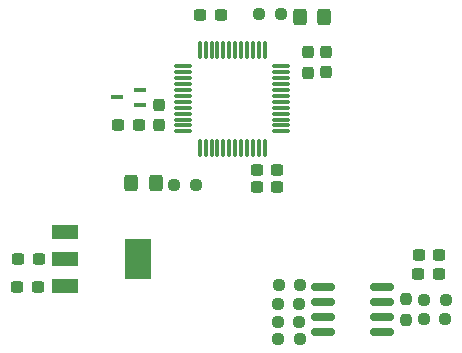
<source format=gtp>
%TF.GenerationSoftware,KiCad,Pcbnew,8.0.4*%
%TF.CreationDate,2025-01-10T16:33:03-05:00*%
%TF.ProjectId,X17-Data-Conversion,5831372d-4461-4746-912d-436f6e766572,rev?*%
%TF.SameCoordinates,Original*%
%TF.FileFunction,Paste,Top*%
%TF.FilePolarity,Positive*%
%FSLAX46Y46*%
G04 Gerber Fmt 4.6, Leading zero omitted, Abs format (unit mm)*
G04 Created by KiCad (PCBNEW 8.0.4) date 2025-01-10 16:33:03*
%MOMM*%
%LPD*%
G01*
G04 APERTURE LIST*
G04 Aperture macros list*
%AMRoundRect*
0 Rectangle with rounded corners*
0 $1 Rounding radius*
0 $2 $3 $4 $5 $6 $7 $8 $9 X,Y pos of 4 corners*
0 Add a 4 corners polygon primitive as box body*
4,1,4,$2,$3,$4,$5,$6,$7,$8,$9,$2,$3,0*
0 Add four circle primitives for the rounded corners*
1,1,$1+$1,$2,$3*
1,1,$1+$1,$4,$5*
1,1,$1+$1,$6,$7*
1,1,$1+$1,$8,$9*
0 Add four rect primitives between the rounded corners*
20,1,$1+$1,$2,$3,$4,$5,0*
20,1,$1+$1,$4,$5,$6,$7,0*
20,1,$1+$1,$6,$7,$8,$9,0*
20,1,$1+$1,$8,$9,$2,$3,0*%
G04 Aperture macros list end*
%ADD10RoundRect,0.237500X-0.300000X-0.237500X0.300000X-0.237500X0.300000X0.237500X-0.300000X0.237500X0*%
%ADD11RoundRect,0.237500X-0.250000X-0.237500X0.250000X-0.237500X0.250000X0.237500X-0.250000X0.237500X0*%
%ADD12RoundRect,0.237500X0.300000X0.237500X-0.300000X0.237500X-0.300000X-0.237500X0.300000X-0.237500X0*%
%ADD13RoundRect,0.150000X-0.825000X-0.150000X0.825000X-0.150000X0.825000X0.150000X-0.825000X0.150000X0*%
%ADD14RoundRect,0.075000X-0.075000X-0.662500X0.075000X-0.662500X0.075000X0.662500X-0.075000X0.662500X0*%
%ADD15RoundRect,0.075000X-0.662500X-0.075000X0.662500X-0.075000X0.662500X0.075000X-0.662500X0.075000X0*%
%ADD16R,1.117600X0.457200*%
%ADD17RoundRect,0.237500X-0.237500X0.250000X-0.237500X-0.250000X0.237500X-0.250000X0.237500X0.250000X0*%
%ADD18RoundRect,0.237500X0.250000X0.237500X-0.250000X0.237500X-0.250000X-0.237500X0.250000X-0.237500X0*%
%ADD19RoundRect,0.250000X0.325000X0.450000X-0.325000X0.450000X-0.325000X-0.450000X0.325000X-0.450000X0*%
%ADD20RoundRect,0.250000X-0.325000X-0.450000X0.325000X-0.450000X0.325000X0.450000X-0.325000X0.450000X0*%
%ADD21RoundRect,0.237500X0.237500X-0.300000X0.237500X0.300000X-0.237500X0.300000X-0.237500X-0.300000X0*%
%ADD22R,2.200000X1.200000*%
%ADD23R,2.200000X3.500000*%
%ADD24RoundRect,0.237500X-0.237500X0.300000X-0.237500X-0.300000X0.237500X-0.300000X0.237500X0.300000X0*%
G04 APERTURE END LIST*
D10*
%TO.C,C9*%
X163617500Y-81650000D03*
X165342500Y-81650000D03*
%TD*%
D11*
%TO.C,R7*%
X165399500Y-93048264D03*
X167224500Y-93048264D03*
%TD*%
D12*
%TO.C,C13*%
X145162500Y-87720000D03*
X143437500Y-87720000D03*
%TD*%
D10*
%TO.C,C11*%
X177322000Y-88982014D03*
X179047000Y-88982014D03*
%TD*%
D11*
%TO.C,R10*%
X177817500Y-91220000D03*
X179642500Y-91220000D03*
%TD*%
D13*
%TO.C,U3*%
X169272000Y-90148264D03*
X169272000Y-91418264D03*
X169272000Y-92688264D03*
X169272000Y-93958264D03*
X174222000Y-93958264D03*
X174222000Y-92688264D03*
X174222000Y-91418264D03*
X174222000Y-90148264D03*
%TD*%
D14*
%TO.C,U2*%
X158810000Y-70027500D03*
X159310000Y-70027500D03*
X159810000Y-70027500D03*
X160310000Y-70027500D03*
X160810000Y-70027500D03*
X161310000Y-70027500D03*
X161810000Y-70027500D03*
X162310000Y-70027500D03*
X162810000Y-70027500D03*
X163310000Y-70027500D03*
X163810000Y-70027500D03*
X164310000Y-70027500D03*
D15*
X165722500Y-71440000D03*
X165722500Y-71940000D03*
X165722500Y-72440000D03*
X165722500Y-72940000D03*
X165722500Y-73440000D03*
X165722500Y-73940000D03*
X165722500Y-74440000D03*
X165722500Y-74940000D03*
X165722500Y-75440000D03*
X165722500Y-75940000D03*
X165722500Y-76440000D03*
X165722500Y-76940000D03*
D14*
X164310000Y-78352500D03*
X163810000Y-78352500D03*
X163310000Y-78352500D03*
X162810000Y-78352500D03*
X162310000Y-78352500D03*
X161810000Y-78352500D03*
X161310000Y-78352500D03*
X160810000Y-78352500D03*
X160310000Y-78352500D03*
X159810000Y-78352500D03*
X159310000Y-78352500D03*
X158810000Y-78352500D03*
D15*
X157397500Y-76940000D03*
X157397500Y-76440000D03*
X157397500Y-75940000D03*
X157397500Y-75440000D03*
X157397500Y-74940000D03*
X157397500Y-74440000D03*
X157397500Y-73940000D03*
X157397500Y-73440000D03*
X157397500Y-72940000D03*
X157397500Y-72440000D03*
X157397500Y-71940000D03*
X157397500Y-71440000D03*
%TD*%
D11*
%TO.C,R8*%
X165439500Y-94518264D03*
X167264500Y-94518264D03*
%TD*%
D10*
%TO.C,C12*%
X143367500Y-90130000D03*
X145092500Y-90130000D03*
%TD*%
D11*
%TO.C,R6*%
X165419500Y-91558264D03*
X167244500Y-91558264D03*
%TD*%
D16*
%TO.C,U4*%
X151769400Y-74070000D03*
X153750600Y-73420001D03*
X153750600Y-74719999D03*
%TD*%
D17*
%TO.C,R11*%
X176270000Y-91127500D03*
X176270000Y-92952500D03*
%TD*%
D18*
%TO.C,R9*%
X179612500Y-92790000D03*
X177787500Y-92790000D03*
%TD*%
D19*
%TO.C,D1*%
X169362500Y-67280000D03*
X167312500Y-67280000D03*
%TD*%
D20*
%TO.C,D2*%
X153017500Y-81310000D03*
X155067500Y-81310000D03*
%TD*%
D10*
%TO.C,C8*%
X163617500Y-80180000D03*
X165342500Y-80180000D03*
%TD*%
D21*
%TO.C,C6*%
X167980000Y-71985000D03*
X167980000Y-70260000D03*
%TD*%
D12*
%TO.C,C1*%
X153632500Y-76410000D03*
X151907500Y-76410000D03*
%TD*%
D10*
%TO.C,C10*%
X177342000Y-87414514D03*
X179067000Y-87414514D03*
%TD*%
D22*
%TO.C,U5*%
X147410000Y-85460000D03*
X147410000Y-87760000D03*
X147410000Y-90060000D03*
D23*
X153610000Y-87760000D03*
%TD*%
D11*
%TO.C,R4*%
X163857500Y-67020000D03*
X165682500Y-67020000D03*
%TD*%
D24*
%TO.C,C5*%
X155390000Y-74697500D03*
X155390000Y-76422500D03*
%TD*%
D18*
%TO.C,R2*%
X158492500Y-81510000D03*
X156667500Y-81510000D03*
%TD*%
D11*
%TO.C,R5*%
X165479500Y-89978264D03*
X167304500Y-89978264D03*
%TD*%
D21*
%TO.C,C7*%
X169500000Y-71955000D03*
X169500000Y-70230000D03*
%TD*%
D12*
%TO.C,C4*%
X160582500Y-67060000D03*
X158857500Y-67060000D03*
%TD*%
M02*

</source>
